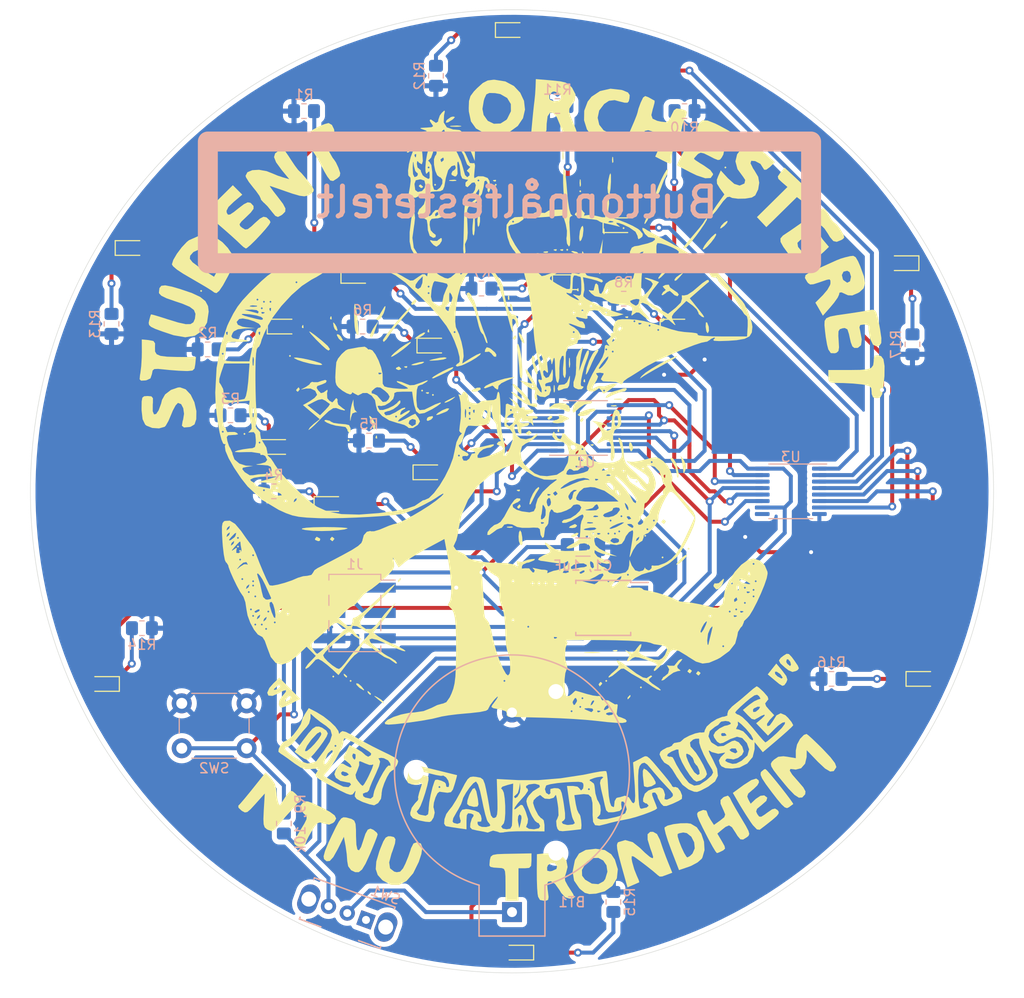
<source format=kicad_pcb>
(kicad_pcb (version 20211014) (generator pcbnew)
  (title_block (title "DT imponator badge") (date "2022-01-10") (rev "2.0") (comment 1 "github.com/hackerspace-ntnu/Coglight-badge-THT") (comment 2 "Fork of Hackerspace imponator"))
  (layers (0 "F.Cu" signal) (31 "B.Cu" signal) (34 "B.Paste" user) (35 "F.Paste" user) (36 "B.SilkS" user "B.Silkscreen") (37 "F.SilkS" user "F.Silkscreen") (38 "B.Mask" user) (39 "F.Mask" user) (44 "Edge.Cuts" user))
  (net 0 "")
  (net 1 "Net-(BT1-Pad1)")
  (net 2 "Net-(D1-Pad2)")
  (net 3 "Net-(D10-Pad2)")
  (net 4 "GND")
  (net 6 "VCC")
  (net 7 "Net-(D1-Pad1)")
  (net 8 "Net-(D11-Pad2)")
  (net 9 "Net-(D12-Pad2)")
  (net 10 "Net-(D5-Pad1)")
  (net 11 "Net-(D10-Pad1)")
  (net 12 "Net-(D13-Pad1)")
  (net 13 "/MISO")
  (net 14 "/SCK")
  (net 15 "/MOSI")
  (net 16 "/~{RST}")
  (net 17 "Net-(D2-Pad1)")
  (net 18 "Net-(D2-Pad2)")
  (net 19 "Net-(D3-Pad1)")
  (net 20 "Net-(D3-Pad2)")
  (net 21 "Net-(D4-Pad1)")
  (net 22 "/~{OE}_PWM")
  (net 23 "/SER")
  (net 24 "Net-(D4-Pad2)")
  (net 25 "Net-(D5-Pad2)")
  (net 26 "Net-(D6-Pad1)")
  (net 27 "Net-(D6-Pad2)")
  (net 28 "Net-(D7-Pad1)")
  (net 29 "Net-(D7-Pad2)")
  (net 30 "Net-(D8-Pad1)")
  (net 31 "Net-(D8-Pad2)")
  (net 32 "Net-(D9-Pad1)")
  (net 33 "Net-(D9-Pad2)")
  (net 34 "Net-(D11-Pad1)")
  (net 35 "Net-(D12-Pad1)")
  (net 36 "Net-(D13-Pad2)")
  (net 37 "Net-(D14-Pad1)")
  (net 38 "Net-(D14-Pad2)")
  (net 39 "Net-(D15-Pad1)")
  (net 40 "Net-(D15-Pad2)")
  (net 41 "Net-(D16-Pad1)")
  (net 42 "Net-(D16-Pad2)")
  (net 43 "Net-(U1-Pad9)")
  (footprint "LED_SMD:LED_0603_1608Metric_Pad1.05x0.95mm_HandSolder" (layer "F.Cu") (at 116.84 64.516)
    (fp_text reference "D12" hide)
    (fp_text value "LED")
  )
  (footprint "LED_SMD:LED_0603_1608Metric_Pad1.05x0.95mm_HandSolder" (layer "F.Cu") (at 155.448 135.128 180)
    (fp_text reference "D14" hide)
    (fp_text value "LED")
  )
  (footprint "LED_SMD:LED_0603_1608Metric_Pad1.05x0.95mm_HandSolder" (layer "F.Cu") (at 171.45 72.39)
    (fp_text reference "D8" hide)
    (fp_text value "LED")
  )
  (footprint "LED_SMD:LED_0603_1608Metric_Pad1.05x0.95mm_HandSolder" (layer "F.Cu") (at 194.056 66.04 180)
    (fp_text reference "D16" hide)
    (fp_text value "LED")
  )
  (footprint "LED_SMD:LED_0603_1608Metric_Pad1.05x0.95mm_HandSolder" (layer "F.Cu") (at 132.08 72.39)
    (fp_text reference "D2" hide)
    (fp_text value "LED")
  )
  (footprint "LED_SMD:LED_0603_1608Metric_Pad1.05x0.95mm_HandSolder" (layer "F.Cu") (at 139.46 67.31)
    (fp_text reference "D1" hide)
    (fp_text value "LED")
  )
  (footprint "LED_SMD:LED_0603_1608Metric_Pad1.05x0.95mm_HandSolder" (layer "F.Cu") (at 172.72 66.04)
    (fp_text reference "D9" hide)
    (fp_text value "LED")
  )
  (footprint "DTimponator-badge:LOGO" (layer "F.Cu") (at 154.94 88.9)
    (fp_text reference "G***" hide)
    (fp_text value "LOGO" hide)
  )
  (footprint "LED_SMD:LED_0603_1608Metric_Pad1.05x0.95mm_HandSolder" (layer "F.Cu") (at 196.088 107.696)
    (fp_text reference "D15" hide)
    (fp_text value "LED")
  )
  (footprint "LED_SMD:LED_0603_1608Metric_Pad1.05x0.95mm_HandSolder" (layer "F.Cu") (at 154.94 42.672)
    (fp_text reference "D11" hide)
    (fp_text value "LED")
  )
  (footprint "LED_SMD:LED_0603_1608Metric_Pad1.05x0.95mm_HandSolder" (layer "F.Cu") (at 165.735 62.23)
    (fp_text reference "D10" hide)
    (fp_text value "LED")
  )
  (footprint "LED_SMD:LED_0603_1608Metric_Pad1.05x0.95mm_HandSolder" (layer "F.Cu") (at 146.685 86.995)
    (fp_text reference "D5" hide)
    (fp_text value "LED")
  )
  (footprint "LED_SMD:LED_0603_1608Metric_Pad1.05x0.95mm_HandSolder" (layer "F.Cu") (at 147.08 74.295)
    (fp_text reference "D6" hide)
    (fp_text value "LED")
  )
  (footprint "LED_SMD:LED_0603_1608Metric_Pad1.05x0.95mm_HandSolder" (layer "F.Cu") (at 131.445 84.455)
    (fp_text reference "D3" hide)
    (fp_text value "LED")
  )
  (footprint "LED_SMD:LED_0603_1608Metric_Pad1.05x0.95mm_HandSolder" (layer "F.Cu") (at 113.933 108.204 180)
    (fp_text reference "D13" hide)
    (fp_text value "LED")
  )
  (footprint "LED_SMD:LED_0603_1608Metric_Pad1.05x0.95mm_HandSolder" (layer "F.Cu") (at 160.655 67.945)
    (fp_text reference "D7" hide)
    (fp_text value "LED")
  )
  (footprint "LED_SMD:LED_0603_1608Metric_Pad1.05x0.95mm_HandSolder" (layer "F.Cu") (at 136.765 90.17)
    (fp_text reference "D4" hide)
    (fp_text value "LED")
  )
  (footprint "Resistor_SMD:R_0805_2012Metric_Pad1.20x1.40mm_HandSolder" (layer "B.Cu") (at 165.1 130.048 90)
    (fp_text reference "R15")
    (fp_text value "220")
  )
  (footprint "Resistor_SMD:R_0805_2012Metric_Pad1.20x1.40mm_HandSolder" (layer "B.Cu") (at 114.808 72.12 -90)
    (fp_text reference "R13")
    (fp_text value "220")
  )
  (footprint "Package_SO:SOIC-8W_5.3x5.3mm_P1.27mm" (layer "B.Cu") (at 164.084 100.584 180)
    (fp_text reference "U2" hide)
    (fp_text value "ATtiny85-20S")
  )
  (footprint "Resistor_SMD:R_0805_2012Metric_Pad1.20x1.40mm_HandSolder" (layer "B.Cu") (at 166.132 69.596 180)
    (fp_text reference "R8")
    (fp_text value "220")
  )
  (footprint "Resistor_SMD:R_0805_2012Metric_Pad1.20x1.40mm_HandSolder" (layer "B.Cu") (at 140.605 83.82 180)
    (fp_text reference "R5")
    (fp_text value "220")
  )
  (footprint "Resistor_SMD:R_0805_2012Metric_Pad1.20x1.40mm_HandSolder" (layer "B.Cu") (at 159.496 50.292 180)
    (fp_text reference "R11")
    (fp_text value "220")
  )
  (footprint "Package_SO:TSSOP-16_4.4x5mm_P0.65mm" (layer "B.Cu") (at 182.88 88.9 180)
    (fp_text reference "U3")
    (fp_text value "74HC595")
  )
  (footprint "Resistor_SMD:R_0805_2012Metric_Pad1.20x1.40mm_HandSolder" (layer "B.Cu") (at 124.444 74.676 180)
    (fp_text reference "R2")
    (fp_text value "220")
  )
  (footprint "Button_Switch_THT:SW_PUSH_6mm_H5mm" (layer "B.Cu") (at 121.845 114.645)
    (fp_text reference "SW2")
    (fp_text value "SW_Push")
  )
  (footprint "Capacitor_SMD:C_1206_3216Metric_Pad1.33x1.80mm_HandSolder" (layer "B.Cu") (at 162.052 94.488)
    (fp_text reference "C1, 1uF")
    (fp_text value ".1uF")
  )
  (footprint "Resistor_SMD:R_0805_2012Metric_Pad1.20x1.40mm_HandSolder" (layer "B.Cu") (at 126.73 81.28 180)
    (fp_text reference "R3")
    (fp_text value "220")
  )
  (footprint "Resistor_SMD:R_0805_2012Metric_Pad1.20x1.40mm_HandSolder" (layer "B.Cu") (at 147.32 47.26 -90)
    (fp_text reference "R12")
    (fp_text value "220")
  )
  (footprint "Resistor_SMD:R_0805_2012Metric_Pad1.20x1.40mm_HandSolder" (layer "B.Cu") (at 134.096 50.8 180)
    (fp_text reference "R1")
    (fp_text value "220")
  )
  (footprint "Resistor_SMD:R_0805_2012Metric_Pad1.20x1.40mm_HandSolder" (layer "B.Cu") (at 195.072 74.168 -90)
    (fp_text reference "R17")
    (fp_text value "220")
  )
  (footprint "Resistor_SMD:R_0805_2012Metric_Pad1.20x1.40mm_HandSolder" (layer "B.Cu") (at 117.856 102.616)
    (fp_text reference "R14")
    (fp_text value "220")
  )
  (footprint "Resistor_SMD:R_0805_2012Metric_Pad1.20x1.40mm_HandSolder" (layer "B.Cu") (at 139.97 72.39 180)
    (fp_text reference "R6")
    (fp_text value "220")
  )
  (footprint "DTimponator-badge:MP000362_CR2032_Holder_THT" (layer "B.Cu") (at 154.939999 117.066001 180)
    (fp_text reference "BT1")
    (fp_text value "Battery_Cell")
  )
  (footprint "Resistor_SMD:R_0805_2012Metric_Pad1.20x1.40mm_HandSolder" (layer "B.Cu") (at 186.96 107.696 180)
    (fp_text reference "R16")
    (fp_text value "220")
  )
  (footprint "Package_SO:TSSOP-16_4.4x5mm_P0.65mm" (layer "B.Cu") (at 162.306 82.55)
    (fp_text reference "U1")
    (fp_text value "74HC595")
  )
  (footprint "Connector_PinHeader_2.54mm:PinHeader_2x03_P2.54mm_Vertical_SMD" (layer "B.Cu") (at 139.192 101.092 180)
    (fp_text reference "J1")
    (fp_text value "AVR-ISP")
  )
  (footprint "Resistor_SMD:R_0805_2012Metric_Pad1.20x1.40mm_HandSolder" (layer "B.Cu") (at 151.876 68.58 180)
    (fp_text reference "R7")
    (fp_text value "220")
  )
  (footprint "Resistor_SMD:R_0805_2012Metric_Pad1.20x1.40mm_HandSolder" (layer "B.Cu") (at 172.228 50.8)
    (fp_text reference "R10")
    (fp_text value "220")
  )
  (footprint "DTimponator-badge:OS102011MA1QN1_SPDT_SlideSwithch_THT" (layer "B.Cu") (at 138.43 131.165254 160)
    (fp_text reference "SW1")
    (fp_text value "SW_SPDT")
  )
  (footprint "Resistor_SMD:R_0805_2012Metric_Pad1.20x1.40mm_HandSolder" (layer "B.Cu") (at 131.08 88.9 180)
    (fp_text reference "R4")
    (fp_text value "220")
  )
  (footprint "Resistor_SMD:R_0805_2012Metric_Pad1.20x1.40mm_HandSolder" (layer "B.Cu") (at 132.08 122.19 90)
    (fp_text reference "R9, 10k")
    (fp_text value "10k")
  )
  (gr_rect (start 124.46 53.848) (end 184.912 66.04) (layer "B.SilkS") (width 2) (fill none))
  (gr_circle (center 154.94 88.9) (end 203.2 88.9) (layer "Edge.Cuts") (width 0.05) (fill none))
  (gr_text "Buttonnålfestefelt" (at 155.448 59.944) (layer "B.SilkS") (effects (font (size 3 3) (thickness 0.5)) (justify mirror)))
  (segment (start 138.43 131.165254) (end 140.690254 128.905) (width 0.4) (layer "B.Cu") (net 1))
  (segment (start 140.690254 128.905) (end 144.145 128.905) (width 0.4) (layer "B.Cu") (net 1))
  (segment (start 144.145 128.905) (end 146.306001 131.066001) (width 0.4) (layer "B.Cu") (net 1))
  (segment (start 146.306001 131.066001) (end 154.939999 131.066001) (width 0.4) (layer "B.Cu") (net 1))
  (segment (start 143.764 69.088) (end 141.986 67.31) (width 0.4) (layer "F.Cu") (net 2))
  (segment (start 141.986 67.31) (end 140.335 67.31) (width 0.4) (layer "F.Cu") (net 2))
  (via (at 143.764 69.088) (size 0.8) (drill 0.4) (layers "F.Cu" "B.Cu") (net 2))
  (segment (start 170.18 85.852) (end 173.228 85.852) (width 0.4) (layer "B.Cu") (net 2))
  (segment (start 169.672 85.344) (end 170.18 85.852) (width 0.4) (layer "B.Cu") (net 2))
  (segment (start 145.288 70.612) (end 143.764 69.088) (width 0.4) (layer "B.Cu") (net 2))
  (segment (start 163.068 70.612) (end 152.4 70.612) (width 0.4) (layer "B.Cu") (net 2))
  (segment (start 170.688 75.184) (end 169.164 75.184) (width 0.4) (layer "B.Cu") (net 2))
  (segment (start 174.244 84.836) (end 174.244 78.74) (width 0.4) (layer "B.Cu") (net 2))
  (segment (start 165.1685 84.175) (end 168.503 84.175) (width 0.4) (layer "B.Cu") (net 2))
  (segment (start 165.1 72.644) (end 163.068 70.612) (width 0.4) (layer "B.Cu") (net 2))
  (segment (start 174.244 78.74) (end 170.688 75.184) (width 0.4) (layer "B.Cu") (net 2))
  (segment (start 168.503 84.175) (end 169.672 85.344) (width 0.4) (layer "B.Cu") (net 2))
  (segment (start 152.4 70.612) (end 145.288 70.612) (width 0.4) (layer "B.Cu") (net 2))
  (segment (start 167.64 75.184) (end 165.1 72.644) (width 0.4) (layer "B.Cu") (net 2))
  (segment (start 169.164 75.184) (end 167.64 75.184) (width 0.4) (layer "B.Cu") (net 2))
  (segment (start 173.228 85.852) (end 174.244 84.836) (width 0.4) (layer "B.Cu") (net 2))
  (segment (start 169.672 62.484) (end 166.864 62.484) (width 0.4) (layer "F.Cu") (net 3))
  (segment (start 166.864 62.484) (end 166.61 62.23) (width 0.4) (layer "F.Cu") (net 3))
  (via (at 169.672 62.484) (size 0.8) (drill 0.4) (layers "F.Cu" "B.Cu") (net 3))
  (segment (start 170.688 62.484) (end 169.672 62.484) (width 0.4) (layer "B.Cu") (net 3))
  (segment (start 188.468 85.852) (end 189.484 84.836) (width 0.4) (layer "B.Cu") (net 3))
  (segment (start 189.484 84.836) (end 189.484 81.28) (width 0.4) (layer "B.Cu") (net 3))
  (segment (start 185.7425 86.625) (end 187.695 86.625) (width 0.4) (layer "B.Cu") (net 3))
  (segment (start 187.695 86.625) (end 188.468 85.852) (width 0.4) (layer "B.Cu") (net 3))
  (segment (start 189.484 81.28) (end 170.688 62.484) (width 0.4) (layer "B.Cu") (net 3))
  (segment (start 172.72 77.216) (end 174.244 75.692) (width 0.4) (layer "F.Cu") (net 4))
  (segment (start 178.308 93.472) (end 179.832 94.996) (width 0.4) (layer "F.Cu") (net 4))
  (segment (start 179.832 94.996) (end 184.912 94.996) (width 0.4) (layer "F.Cu") (net 4))
  (segment (start 170.18 77.216) (end 172.72 77.216) (width 0.4) (layer "F.Cu") (net 4))
  (via (at 184.912 94.996) (size 0.8) (drill 0.4) (layers "F.Cu" "B.Cu") (net 4))
  (via (at 178.308 93.472) (size 0.8) (drill 0.4) (layers "F.Cu" "B.Cu") (net 4))
  (via (at 174.244 75.692) (size 0.8) (drill 0.4) (layers "F.Cu" "B.Cu") (net 4))
  (via (at 170.18 77.216) (size 0.8) (drill 0.4) (layers "F.Cu" "B.Cu") (net 4))
  (segment (start 132.08 123.19) (end 134.239 125.349) (width 0.4) (layer "B.Cu") (net 6))
  (segment (start 182.129 86.625) (end 182.88 87.376) (width 0.4) (layer "B.Cu") (net 6))
  (segment (start 151.892 95.504) (end 153.67 97.282) (width 0.4) (layer "B.Cu") (net 6))
  (segment (start 182.271 93.065) (end 169.672 105.664) (width 0.4) (layer "B.Cu") (net 6))
  (segment (start 155.067 98.679) (end 160.434 98.679) (width 0.4) (layer "B.Cu") (net 6))
  (segment (start 162.56 81.788) (end 163.423 80.925) (width 0.4) (layer "B.Cu") (net 6))
  (segment (start 136.667 98.552) (end 133.604 98.552) (width 0.4) (layer "B.Cu") (net 6))
  (segment (start 178.584 86.625) (end 177.811 85.852) (width 0.4) (layer "B.Cu") (net 6))
  (segment (start 156.464 94.488) (end 153.67 97.282) (width 0.4) (layer "B.Cu") (net 6))
  (segment (start 132.08 113.792) (end 135.636 117.348) (width 0.4) (layer "B.Cu") (net 6))
  (segment (start 135.636 123.952) (end 134.239 125.349) (width 0.4) (layer "B.Cu") (net 6))
  (segment (start 163.423 80.925) (end 165.1685 80.925) (width 0.4) (layer "B.Cu") (net 6))
  (segment (start 147.32 105.664) (end 135.636 117.348) (width 0.4) (layer "B.Cu") (net 6))
  (segment (start 165.1685 84.825) (end 163.565 84.825) (width 0.4) (layer "B.Cu") (net 6))
  (segment (start 153.67 97.282) (end 155.067 98.679) (width 0.4) (layer "B.Cu") (net 6))
  (segment (start 136.550615 127.660615) (end 136.550615 130.481214) (width 0.4) (layer "B.Cu") (net 6))
  (segment (start 182.271 90.525) (end 180.0175 90.525) (width 0.4) (layer "B.Cu") (net 6))
  (segment (start 135.636 117.348) (end 135.636 123.952) (width 0.4) (layer "B.Cu") (net 6))
  (segment (start 163.565 84.825) (end 162.56 83.82) (width 0.4) (layer "B.Cu") (net 6))
  (segment (start 136.667 98.552) (end 139.715 95.504) (width 0.4) (layer "B.Cu") (net 6))
  (segment (start 182.88 89.916) (end 182.271 90.525) (width 0.4) (layer "B.Cu") (net 6))
  (segment (start 162.56 83.82) (end 162.56 81.788) (width 0.4) (layer "B.Cu") (net 6))
  (segment (start 182.271 90.525) (end 182.271 93.065) (width 0.4) (layer "B.Cu") (net 6))
  (segment (start 182.88 87.376) (end 182.88 89.916) (width 0.4) (layer "B.Cu") (net 6))
  (segment (start 180.0175 86.625) (end 182.129 86.625) (width 0.4) (layer "B.Cu") (net 6))
  (segment (start 167.629 84.825) (end 165.1685 84.825) (width 0.4) (layer "B.Cu") (net 6))
  (segment (start 134.239 125.349) (end 136.550615 127.660615) (width 0.4) (layer "B.Cu") (net 6))
  (segment (start 139.715 95.504) (end 151.892 95.504) (width 0.4) (layer "B.Cu") (net 6))
  (segment (start 133.604 98.552) (end 132.08 100.076) (width 0.4) (layer "B.Cu") (net 6))
  (segment (start 132.08 100.076) (end 132.08 113.792) (width 0.4) (layer "B.Cu") (net 6))
  (segment (start 177.811 85.852) (end 174.752 85.852) (width 0.4) (layer "B.Cu") (net 6))
  (segment (start 160.4895 94.488) (end 156.464 94.488) (width 0.4) (layer "B.Cu") (net 6))
  (segment (start 169.672 86.868) (end 167.629 84.825) (width 0.4) (layer "B.Cu") (net 6))
  (segment (start 173.736 86.868) (end 169.672 86.868) (width 0.4) (layer "B.Cu") (net 6))
  (segment (start 169.672 105.664) (end 147.32 105.664) (width 0.4) (layer "B.Cu") (net 6))
  (segment (start 174.752 85.852) (end 173.736 86.868) (width 0.4) (layer "B.Cu") (net 6))
  (segment (start 180.0175 86.625) (end 178.584 86.625) (width 0.4) (layer "B.Cu") (net 6))
  (segment (start 138.585 67.31) (end 135.128 63.853) (width 0.4) (layer "F.Cu") (net 7))
  (segment (start 135.128 63.853) (end 135.128 61.976) (width 0.4) (layer "F.Cu") (net 7))
  (via (at 135.128 61.976) (size 0.8) (drill 0.4) (layers "F.Cu" "B.Cu") (net 7))
  (segment (start 135.128 61.976) (end 135.128 50.832) (width 0.4) (layer "B.Cu") (net 7))
  (segment (start 135.128 50.832) (end 135.096 50.8) (width 0.4) (layer "B.Cu") (net 7))
  (segment (start 172.72 46.736) (end 159.879 46.736) (width 0.4) (layer "F.Cu") (net 8))
  (segment (start 159.879 46.736) (end 155.815 42.672) (width 0.4) (layer "F.Cu") (net 8))
  (via (at 172.72 46.736) (size 0.8) (drill 0.4) (layers "F.Cu" "B.Cu") (net 8))
  (segment (start 189.077 87.275) (end 191.008 85.344) (width 0.4) (layer "B.Cu") (net 8))
  (segment (start 185.7425 87.275) (end 189.077 87.275) (width 0.4) (layer "B.Cu") (net 8))
  (segment (start 191.008 65.024) (end 172.72 46.736) (width 0.4) (layer "B.Cu") (net 8))
  (segment (start 191.008 85.344) (end 191.008 65.024) (width 0.4) (layer "B.Cu") (net 8))
  (segment (start 192.024 78.74) (end 192.024 75.184) (width 0.4) (layer "F.Cu") (net 9))
  (segment (start 170.688 53.848) (end 135.636 53.848) (width 0.4) (layer "F.Cu") (net 9))
  (segment (start 124.968 64.516) (end 117.715 64.516) (width 0.4) (layer "F.Cu") (net 9))
  (segment (start 135.636 53.848) (end 124.968 64.516) (width 0.4) (layer "F.Cu") (net 9))
  (segment (start 192.024 75.184) (end 170.688 53.848) (width 0.4) (layer "F.Cu") (net 9))
  (via (at 192.024 78.74) (size 0.8) (drill 0.4) (layers "F.Cu" "B.Cu") (net 9))
  (segment (start 185.7425 87.925) (end 189.443 87.925) (width 0.4) (layer "B.Cu") (net 9))
  (segment (start 192.024 85.344) (end 192.024 78.74) (width 0.4) (layer "B.Cu") (net 9))
  (segment (start 189.443 87.925) (end 192.024 85.344) (width 0.4) (layer "B.Cu") (net 9))
  (segment (start 145.81 86.995) (end 145.81 85.485) (width 0.4) (layer "F.Cu") (net 10))
  (segment (start 145.81 85.485) (end 144.78 84.455) (width 0.4) (layer "F.Cu") (net 10))
  (via (at 144.78 84.455) (size 0.8) (drill 0.4) (layers "F.Cu" "B.Cu") (net 10))
  (segment (start 144.145 83.82) (end 141.605 83.82) (width 0.4) (layer "B.Cu") (net 10))
  (segment (start 144.78 84.455) (end 144.145 83.82) (width 0.4) (layer "B.Cu") (net 10))
  (segment (start 164.86 62.23) (end 160.528 57.898) (width 0.4) (layer "F.Cu") (net 11))
  (segment (start 160.528 57.898) (end 160.528 56.388) (width 0.4) (layer "F.Cu") (net 11))
  (via (at 160.528 56.388) (size 0.8) (drill 0.4) (layers "F.Cu" "B.Cu") (net 11))
  (segment (start 160.496 56.356) (end 160.496 50.292) (width 0.4) (layer "B.Cu") (net 11))
  (segment (start 160.528 56.388) (end 160.496 56.356) (width 0.4) (layer "B.Cu") (net 11))
  (segment (start 114.808 108.204) (end 116.84 106.172) (width 0.4) (layer "F.Cu") (net 12))
  (via (at 116.84 106.172) (size 0.8) (drill 0.4) (layers "F.Cu" "B.Cu") (net 12))
  (segment (start 116.84 106.172) (end 116.84 102.632) (width 0.4) (layer "B.Cu") (net 12))
  (segment (start 116.84 102.632) (end 116.856 102.616) (width 0.4) (layer "B.Cu") (net 12))
  (segment (start 169.672 80.264) (end 169.164 79.756) (width 0.4) (layer "F.Cu") (net 13))
  (segment (start 170.18 81.776557) (end 169.672 81.268557) (width 0.4) (layer "F.Cu") (net 13))
  (segment (start 166.624 79.756) (end 149.352 97.028) (width 0.4) (layer "F.Cu") (net 13))
  (segment (start 170.18 81.788) (end 170.18 81.776557) (width 0.4) (layer "F.Cu") (net 13))
  (segment (start 176.784 89.916) (end 176.264557 89.916) (width 0.4) (layer "F.Cu") (net 13))
  (segment (start 174.752 88.9) (end 172.72 86.868) (width 0.4) (layer "F.Cu") (net 13))
  (segment (start 169.164 79.756) (end 166.624 79.756) (width 0.4) (layer "F.Cu") (net 13))
  (segment (start 172.72 86.868) (end 172.72 84.328) (width 0.4) (layer "F.Cu") (net 13))
  (segment (start 171.196 81.788) (end 170.18 81.788) (width 0.4) (layer "F.Cu") (net 13))
  (segment (start 169.672 81.268557) (end 169.672 80.264) (width 0.4) (layer "F.Cu") (net 13))
  (segment (start 172.72 84.328) (end 172.72 83.312) (width 0.4) (layer "F.Cu") (net 13))
  (segment (start 149.352 97.028) (end 149.352 98.552) (width 0.4) (layer "F.Cu") (net 13))
  (segment (start 176.264557 89.916) (end 175.248557 88.9) (width 0.4) (layer "F.Cu") (net 13))
  (segment (start 172.72 83.312) (end 171.196 81.788) (width 0.4) (layer "F.Cu") (net 13))
  (segment (start 175.248557 88.9) (end 174.752 88.9) (width 0.4) (layer "F.Cu") (net 13))
  (via (at 170.18 81.788) (size 0.8) (drill 0.4) (layers "F.Cu" "B.Cu") (net 13))
  (via (at 149.352 98.552) (size 0.8) (drill 0.4) (layers "F.Cu" "B.Cu") (net 13))
  (via (at 176.784 89.916) (size 0.8) (drill 0.4) (layers "F.Cu" "B.Cu") (net 13))
  (segment (start 180.0175 89.225) (end 177.475 89.225) (width 0.4) (layer "B.Cu") (net 13))
  (segment (start 151.384 98.552) (end 149.352 98.552) (width 0.4) (layer "B.Cu") (net 13))
  (segment (start 170.18 81.788) (end 169.743 82.225) (width 0.4) (layer "B.Cu") (net 13))
  (segment (start 154.051 101.219) (end 151.384 98.552) (width 0.4) (layer "B.Cu") (net 13))
  (segment (start 160.434 101.219) (end 154.051 101.219) (width 0.4) (layer "B.Cu") (net 13))
  (segment (start 149.352 98.552) (end 141.717 98.552) (width 0.4) (layer "B.Cu") (net 13))
  (segment (start 169.743 82.225) (end 165.1685 82.225) (width 0.4) (layer "B.Cu") (net 13))
  (segment (start 177.475 89.225) (end 176.784 89.916) (width 0.4) (layer "B.Cu") (net 13))
  (segment (start 176.276 91.948) (end 174.752 91.948) (width 0.4) (layer "F.Cu") (net 14))
  (segment (start 157.48 91.44) (end 151.892 97.028) (width 0.4) (layer "F.Cu") (net 14))
  (segment (start 170.688 87.884) (end 168.656 85.852) (width 0.4) (layer "F.Cu") (net 14))
  (segment (start 172.72 89.916) (end 170.688 87.884) (width 0.4) (layer "F.Cu") (net 14))
  (segment (start 168.656 85.852) (end 168.656 81.28) (width 0.4) (layer "F.Cu") (net 14))
  (segment (start 167.132 91.44) (end 157.48 91.44) (width 0.4) (layer "F.Cu") (net 14))
  (segment (start 170.688 87.884) (end 167.132 91.44) (width 0.4) (layer "F.Cu") (net 14))
  (segment (start 174.752 91.948) (end 172.72 89.916) (width 0.4) (layer "F.Cu") (net 14))
  (via (at 168.656 81.28) (size 0.8) (drill 0.4) (layers "F.Cu" "B.Cu") (net 14))
  (via (at 151.892 97.028) (size 0.8) (drill 0.4) (layers "F.Cu" "B.Cu") (net 14))
  (via (at 176.276 91.948) (size 0.8) (drill 0.4) (layers "F.Cu" "B.Cu") (net 14))
  (segment (start 180.0175 89.875) (end 178.349 89.875) (width 0.4) (layer "B.Cu") (net 14))
  (segment (start 139.192 100.076) (end 140.208 101.092) (width 0.4) (layer "B.Cu") (net 14))
  (segment (start 139.192 100.076) (end 139.192 97.536) (width 0.4) (layer "B.Cu") (net 14))
  (segment (start 151.892 97.028) (end 154.813 99.949) (width 0.4) (layer "B.Cu") (net 14))
  (segment (start 139.7 97.028) (end 151.892 97.028) (width 0.4) (layer "B.Cu") (net 14))
  (segment (start 168.361 81.575) (end 165.1685 81.575) (width 0.4) (layer "B.Cu") (net 14))
  (segment (start 154.813 99.949) (end 160.434 99.949) (width 0.4) (layer "B.Cu") (net 14))
  (segment (start 178.349 89.875) (end 176.276 91.948) (width 0.4) (layer "B.Cu") (net 14))
  (segment (start 139.192 97.536) (end 139.7 97.028) (width 0.4) (layer "B.Cu") (net 14))
  (segment (start 140.208 101.092) (end 141.717 101.092) (width 0.4) (layer "B.Cu") (net 14))
  (segment (start 168.656 81.28) (end 168.361 81.575) (width 0.4) (layer "B.Cu") (net 14))
  (segment (start 133.096 111.252) (end 131.738 111.252) (width 0.4) (layer "F.Cu") (net 15))
  (segment (start 131.738 111.252) (end 128.345 114.645) (width 0.4) (layer "F.Cu") (net 15))
  (via (at 133.096 111.252) (size 0.8) (drill 0.4) (layers "F.Cu" "B.Cu") (net 15))
  (segment (start 138.064 102.489) (end 160.434 102.489) (width 0.4) (layer "B.Cu") (net 15))
  (segment (start 132.08 118.38) (end 128.345 114.645) (width 0.4) (layer "B.Cu") (net 15))
  (segment (start 133.096 102.108) (end 133.096 111.252) (width 0.4) (layer "B.Cu") (net 15))
  (segment (start 136.667 101.092) (end 138.064 102.489) (width 0.4) (layer "B.Cu") (net 15))
  (segment (start 132.08 121.19) (end 132.08 118.38) (width 0.4) (layer "B.Cu") (net 15))
  (segment (start 136.667 101.092) (end 134.112 101.092) (width 0.4) (layer "B.Cu") (net 15))
  (segment (start 134.112 101.092) (end 133.096 102.108) (width 0.4) (layer "B.Cu") (net 15))
  (segment (start 121.845 114.645) (end 128.345 114.645) (width 0.4) (layer "B.Cu") (net 15))
  (segment (start 141.717 103.632) (end 162.052 103.632) (width 0.4) (layer "B.Cu") (net 16))
  (segment (start 164.592 101.092) (end 164.592 99.568) (width 0.4) (layer "B.Cu") (net 16))
  (segment (start 164.592 99.568) (end 165.481 98.679) (width 0.4) (layer "B.Cu") (net 16))
  (segment (start 162.052 103.632) (end 164.592 101.092) (width 0.4) (layer "B.Cu") (net 16))
  (segment (start 165.481 98.679) (end 167.734 98.679) (width 0.4) (layer "B.Cu") (net 16))
  (segment (start 129.794 72.39) (end 128.524 73.66) (width 0.4) (layer "F.Cu") (net 17))
  (segment (start 131.205 72.39) (end 129.794 72.39) (width 0.4) (layer "F.Cu") (net 17))
  (via (at 128.524 73.66) (size 0.8) (drill 0.4) (layers "F.Cu" "B.Cu") (net 17))
  (segment (start 128.524 73.66) (end 127.508 74.676) (width 0.4) (layer "B.Cu") (net 17))
  (segment (start 127.508 74.676) (end 125.444 74.676) (width 0.4) (layer "B.Cu") (net 17))
  (segment (start 135.89 74.422) (end 133.858 72.39) (width 0.4) (layer "F.Cu") (net 18))
  (segment (start 133.858 72.39) (end 132.955 72.39) (width 0.4) (layer "F.Cu") (net 18))
  (segment (start 154.94 87.376) (end 154.94 85.09) (width 0.4) (layer "F.Cu") (net 18))
  (segment (start 135.89 75.752356) (end 135.89 74.422) (width 0.4) (layer "F.Cu") (net 18))
  (segment (start 140.147644 80.01) (end 135.89 75.752356) (width 0.4) (layer "F.Cu") (net 18))
  (segment (start 154.94 85.09) (end 149.86 80.01) (width 0.4) (layer "F.Cu") (net 18))
  (segment (start 149.86 80.01) (end 140.147644 80.01) (width 0.4) (layer "F.Cu") (net 18))
  (via (at 154.94 87.376) (size 0.8) (drill 0.4) (layers "F.Cu" "B.Cu") (net 18))
  (segment (start 157.491 84.825) (end 154.94 87.376) (width 0.4) (layer "B.Cu") (net 18))
  (segment (start 159.4435 84.825) (end 157.491 84.825) (width 0.4) (layer "B.Cu") (net 18))
  (segment (start 130.57 84.455) (end 130.57 82.31) (width 0.4) (layer "F.Cu") (net 19))
  (segment (start 130.57 82.31) (end 130.175 81.915) (width 0.4) (layer "F.Cu") (net 19))
  (via (at 130.175 81.915) (size 0.8) (drill 0.4) (layers "F.Cu" "B.Cu") (net 19))
  (segment (start 129.54 81.28) (end 127.73 81.28) (width 0.4) (layer "B.Cu") (net 19))
  (segment (start 130.175 81.915) (end 129.54 81.28) (width 0.4) (layer "B.Cu") (net 19))
  (segment (start 153.416 88.9) (end 144.018 88.9) (width 0.4) (layer "F.Cu") (net 20))
  (segment (start 144.018 88.9) (end 141.732 86.614) (width 0.4) (layer "F.Cu") (net 20))
  (segment (start 141.732 86.614) (end 134.479 86.614) (width 0.4) (layer "F.Cu") (net 20))
  (segment (start 134.479 86.614) (end 132.32 84.455) (width 0.4) (layer "F.Cu") (net 20))
  (via (at 153.416 88.9) (size 0.8) (drill 0.4) (layers "F.Cu" "B.Cu") (net 20))
  (segment (start 159.4435 84.175) (end 156.363 84.175) (width 0.4) (layer "B.Cu") (net 20))
  (segment (start 156.363 84.175) (end 154.178 86.36) (width 0.4) (layer "B.Cu") (net 20))
  (segment (start 154.178 86.36) (end 153.416 87.122) (width 0.4) (layer "B.Cu") (net 20))
  (segment (start 153.416 87.122) (end 153.416 88.9) (width 0.4) (layer "B.Cu") (net 20))
  (segment (start 135.89 90.17) (end 134.62 88.9) (width 0.4) (layer "F.Cu") (net 21))
  (via (at 134.62 88.9) (size 0.8) (drill 0.4) (layers "F.Cu" "B.Cu") (net 21))
  (segment (start 134.62 88.9) (end 132.08 88.9) (width 0.4) (layer "B.Cu") (net 21))
  (segment (start 171.196 86.36) (end 171.196 83.312) (width 0.4) (layer "F.Cu") (net 22))
  (segment (start 174.752 89.916) (end 171.196 86.36) (width 0.4) (layer "F.Cu") (net 22))
  (via (at 174.752 89.916) (size 0.8) (drill 0.4) (layers "F.Cu" "B.Cu") (net 22))
  (via (at 171.196 83.312) (size 0.8) (drill 0.4) (layers "F.Cu" "B.Cu") (net 22))
  (segment (start 170.759 82.875) (end 165.1685 82.875) (width 0.4) (layer "B.Cu") (net 22))
  (segment (start 174.752 97.028) (end 174.752 89.916) (width 0.4) (layer "B.Cu") (net 22))
  (segment (start 176.093 88.575) (end 174.752 89.916) (width 0.4) (layer "B.Cu") (net 22))
  (segment (start 170.561 101.219) (end 174.752 97.028) (width 0.4) (layer "B.Cu") (net 22))
  (segment (start 180.0175 88.575) (end 176.093 88.575) (width 0.4) (layer "B.Cu") (net 22))
  (segment (start 171.196 83.312) (end 170.759 82.875) (width 0.4) (layer "B.Cu") (net 22))
  (segment (start 167.734 101.219) (end 170.561 101.219) (width 0.4) (layer "B.Cu") (net 22))
  (segment (start 163.576 78.74) (end 161.544 80.772) (width 0.4) (layer "B.Cu") (net 23))
  (segment (start 171.704 84.836) (end 172.72 83.82) (width 0.4) (layer "B.Cu") (net 23))
  (segment (start 172.212 98.044) (end 170.307 99.949) (width 0.4) (layer "B.Cu") (net 23))
  (segment (start 165.1685 83.525) (end 169.377 83.525) (width 0.4) (layer "B.Cu") (net 23))
  (segment (start 161.544 80.772) (end 161.544 84.328) (width 0.4) (layer "B.Cu") (net 23))
  (segment (start 171.196 78.74) (end 163.576 78.74) (width 0.4) (layer "B.Cu") (net 23))
  (segment (start 170.307 99.949) (end 167.734 99.949) (width 0.4) (layer "B.Cu") (net 23))
  (segment (start 172.72 83.82) (end 172.72 80.264) (width 0.4) (layer "B.Cu") (net 23))
  (segment (start 172.212 94.996) (end 172.212 98.044) (width 0.4) (layer "B.Cu") (net 23))
  (segment (start 170.688 84.836) (end 171.704 84.836) (width 0.4) (layer "B.Cu") (net 23))
  (segment (start 161.544 84.328) (end 172.212 94.996) (width 0.4) (layer "B.Cu") (net 23))
  (segment (start 169.377 83.525) (end 170.688 84.836) (width 0.4) (layer "B.Cu") (net 23))
  (segment (start 172.72 80.264) (end 171.196 78.74) (width 0.4) (layer "B.Cu") (net 23))
  (segment (start 142.24 89.916) (end 141.986 90.17) (width 0.4) (layer "F.Cu") (net 24))
  (segment (start 141.986 90.17) (end 137.64 90.17) (width 0.4) (layer "F.Cu") (net 24))
  (via (at 142.24 89.916) (size 0.8) (drill 0.4) (layers "F.Cu" "B.Cu") (net 24))
  (segment (start 153.67 85.344) (end 151.892 87.122) (width 0.4) (layer "B.Cu") (net 24))
  (segment (start 149.606 92.456) (end 147.828 92.456) (width 0.4) (layer "B.Cu") (net 24))
  (segment (start 151.892 90.17) (end 149.606 92.456) (width 0.4) (layer "B.Cu") (net 24))
  (segment (start 155.489 83.525) (end 153.67 85.344) (width 0.4) (layer "B.Cu") (net 24))
  (segment (start 147.828 92.456) (end 144.78 92.456) (width 0.4) (layer "B.Cu") (net 24))
  (segment (start 144.78 92.456) (end 142.24 89.916) (width 0.4) (layer "B.Cu") (net 24))
  (segment (start 151.892 87.122) (end 151.892 90.17) (width 0.4) (layer "B.Cu") (net 24))
  (segment (start 159.4435 83.525) (end 155.489 83.525) (width 0.4) (layer "B.Cu") (net 24))
  (segment (start 150.876 84.074) (end 147.955 86.995) (width 0.4) (layer "F.Cu") (net 25))
  (segment (start 147.955 86.995) (end 147.56 86.995) (width 0.4) (layer "F.Cu") (net 25))
  (via (at 150.876 84.074) (size 0.8) (drill 0.4) (layers "F.Cu" "B.Cu") (net 25))
  (segment (start 159.4435 82.875) (end 152.075 82.875) (width 0.4) (layer "B.Cu") (net 25))
  (segment (start 152.075 82.875) (end 150.876 84.074) (width 0.4) (layer "B.Cu") (net 25))
  (segment (start 146.205 74.295) (end 145.415 74.295) (width 0.4) (layer "F.Cu") (net 26))
  (segment (start 145.415 74.295) (end 144.145 73.025) (width 0.4) (layer "F.Cu") (net 26))
  (via (at 144.145 73.025) (size 0.8) (drill 0.4) (layers "F.Cu" "B.Cu") (net 26))
  (segment (start 144.145 73.025) (end 143.51 72.39) (width 0.4) (layer "B.Cu") (net 26))
  (segment (start 143.51 72.39) (end 140.97 72.39) (width 0.4) (layer "B.Cu") (net 26))
  (segment (start 149.352 75.692) (end 147.955 74.295) (width 0.4) (layer "F.Cu") (net 27))
  (segment (start 149.352 77.724) (end 149.352 75.692) (width 0.4) (layer "F.Cu") (net 27))
  (via (at 149.352 77.724) (size 0.8) (drill 0.4) (layers "F.Cu" "B.Cu") (net 27))
  (segment (start 153.853 82.225) (end 149.352 77.724) (width 0.4) (layer "B.Cu") (net 27))
  (segment (start 159.4435 82.225) (end 153.853 82.225) (width 0.4) (layer "B.Cu") (net 27))
  (segment (start 159.78 67.945) (end 156.591 67.945) (width 0.4) (layer "F.Cu") (net 28))
  (segment (start 156.591 67.945) (end 155.956 68.58) (width 0.4) (layer "F.Cu") (net 28))
  (via (at 155.956 68.58) (size 0.8) (drill 0.4) (layers "F.Cu" "B.Cu") (net 28))
  (segment (start 155.956 68.58) (end 152.876 68.58) (width 0.4) (layer "B.Cu") (net 28))
  (segment (start 161.53 69.864) (end 161.53 67.945) (width 0.4) (layer "F.Cu") (net 29))
  (segment (start 160.274 71.12) (end 161.53 69.864) (width 0.4) (layer "F.Cu") (net 29))
  (segment (start 157.226 71.12) (end 160.274 71.12) (width 0.4) (layer "F.Cu") (net 29))
  (segment (start 156.21 72.136) (end 157.226 71.12) (width 0.4) (layer "F.Cu") (net 29))
  (via (at 156.21 72.136) (size 0.8) (drill 0.4) (layers "F.Cu" "B.Cu") (net 29))
  (segment (start 156.505 81.575) (end 155.702 80.772) (width 0.4) (layer "B.Cu") (net 29))
  (segment (start 155.702 80.772) (end 155.702 72.644) (width 0.4) (layer "B.Cu") (net 29))
  (segment (start 159.4435 81.575) (end 156.505 81.575) (width 0.4) (layer "B.Cu") (net 29))
  (segment (start 155.702 72.644) (end 156.21 72.136) (width 0.4) (layer "B.Cu") (net 29))
  (segment (start 170.434 72.39) (end 169.164 71.12) (width 0.4) (layer "F.Cu") (net 30))
  (segment (start 170.575 72.39) (end 170.434 72.39) (width 0.4) (layer "F.Cu") (net 30))
  (via (at 169.164 71.12) (size 0.8) (drill 0.4) (layers "F.Cu" "B.Cu") (net 30))
  (segment (start 167.64 69.596) (end 167.132 69.596) (width 0.4) (layer "B.Cu") (net 30))
  (segment (start 169.164 71.12) (end 167.64 69.596) (width 0.4) (layer "B.Cu") (net 30))
  (segment (start 171.958 73.914) (end 172.325 73.547) (width 0.4) (layer "F.Cu") (net 31))
  (segment (start 163.068 73.914) (end 171.958 73.914) (width 0.4) (layer "F.Cu") (net 31))
  (segment (start 172.325 73.547) (end 172.325 72.39) (width 0.4) (layer "F.Cu") (net 31))
  (via (at 163.068 73.914) (size 0.8) (drill 0.4) (layers "F.Cu" "B.Cu") (net 31))
  (segment (start 156.718 76.708) (end 158.242 75.184) (width 0.4) (layer "B.Cu") (net 31))
  (segment (start 156.718 80.264) (end 156.718 76.708) (width 0.4) (layer "B.Cu") (net 31))
  (segment (start 159.512 73.914) (end 163.068 73.914) (width 0.4) (layer "B.Cu") (net 31))
  (segment (start 157.379 80.925) (end 156.718 80.264) (width 0.4) (layer "B.Cu") (net 31))
  (segment (start 159.4435 80.925) (end 157.379 80.925) (width 0.4) (layer "B.Cu") (net 31))
  (segment (start 158.242 75.184) (end 159.512 73.914) (width 0.4) (layer "B.Cu") (net 31))
  (segment (start 171.196 65.391) (end 171.196 57.912) (width 0.4) (layer "F.Cu") (net 32))
  (segment (start 171.845 66.04) (end 171.196 65.391) (width 0.4) (layer "F.Cu") (net 32))
  (via (at 171.196 57.912) (size 0.8) (drill 0.4) (layers "F.Cu" "B.Cu") (net 32))
  (segment (start 171.196 57.912) (end 171.196 50.832) (width 0.4) (layer "B.Cu") (net 32))
  (segment (start 171.196 50.832) (end 171.228 50.8) (width 0.4) (layer "B.Cu") (net 32))
  (segment (start 175.768 66.04) (end 173.595 66.04) (width 0.4) (layer "F.Cu") (net 33))
  (segment (start 176.784 86.868) (end 176.784 67.056) (width 0.4) (layer "F.Cu") (net 33))
  (segment (start 176.784 67.056) (end 175.768 66.04) (width 0.4) (layer "F.Cu") (net 33))
  (via (at 176.784 86.868) (size 0.8) (drill 0.4) (layers "F.Cu" "B.Cu") (net 33))
  (segment (start 177.191 87.275) (end 176.784 86.868) (width 0.4) (layer "B.Cu") (net 33))
  (segment (start 180.0175 87.275) (end 177.191 87.275) (width 0.4) (layer "B.Cu") (net 33))
  (segment (start 149.86 42.672) (end 148.844 43.688) (width 0.4) (layer "F.Cu") (net 34))
  (segment (start 154.065 42.672) (end 149.86 42.672) (width 0.4) (layer "F.Cu") (net 34))
  (via (at 148.844 43.688) (size 0.8) (drill 0.4) (layers "F.Cu" "B.Cu") (net 34))
  (segment (start 147.32 45.212) (end 147.32 46.26) (width 0.4) (layer "B.Cu") (net 34))
  (segment (start 148.844 43.688) (end 147.32 45.212) (width 0.4) (layer "B.Cu") (net 34))
  (segment (start 114.808 65.673) (end 114.808 68.072) (width 0.4) (layer "F.Cu") (net 35))
  (segment (start 115.965 64.516) (end 114.808 65.673) (width 0.4) (layer "F.Cu") (net 35))
  (via (at 114.808 68.072) (size 0.8) (drill 0.4) (layers "F.Cu" "B.Cu") (net 35))
  (segment (start 114.808 68.072) (end 114.808 71.12) (width 0.4) (layer "B.Cu") (net 35))
  (segment (start 184.912 100.584) (end 117.348 100.584) (width 0.4) (layer "F.Cu") (net 36))
  (segment (start 194.564 90.932) (end 184.912 100.584) (width 0.4) (layer "F.Cu") (net 36))
  (segment (start 117.348 100.584) (end 113.058 104.874) (width 0.4) (layer "F.Cu") (net 36))
  (segment (start 194.564 84.836) (end 194.564 90.932) (width 0.4) (layer "F.Cu") (net 36))
  (segment (start 113.058 104.874) (end 113.058 108.204) (width 0.4) (layer "F.Cu") (net 36))
  (via (at 194.564 84.836) (size 0.8) (drill 0.4) (layers "F.Cu" "B.Cu") (net 36))
  (segment (start 193.548 84.836) (end 194.564 84.836) (width 0.4) (layer "B.Cu") (net 36))
  (segment (start 185.7425 88.575) (end 189.809 88.575) (width 0.4) (layer "B.Cu") (net 36))
  (segment (start 189.809 88.575) (end 193.548 84.836) (width 0.4) (layer "B.Cu") (net 36))
  (segment (start 156.323 135.128) (end 161.544 135.128) (width 0.4) (layer "F.Cu") (net 37))
  (via (at 161.544 135.128) (size 0.8) (drill 0.4) (layers "F.Cu" "B.Cu") (net 37))
  (segment (start 163.068 135.128) (end 165.1 133.096) (width 0.4) (layer "B.Cu") (net 37))
  (segment (start 161.544 135.128) (end 163.068 135.128) (width 0.4) (layer "B.Cu") (net 37))
  (segment (start 165.1 133.096) (end 165.1 131.048) (width 0.4) (layer "B.Cu") (net 37))
  (segment (start 153.416 128.016) (end 150.876 130.556) (width 0.4) (layer "F.Cu") (net 38))
  (segment (start 152.4 135.128) (end 154.573 135.128) (width 0.4) (layer "F.Cu") (net 38))
  (segment (start 195.58 86.868) (end 195.58 91.948) (width 0.4) (layer "F.Cu") (net 38))
  (segment (start 159.512 128.016) (end 153.416 128.016) (width 0.4) (layer "F.Cu") (net 38))
  (segment (start 150.876 133.604) (end 152.4 135.128) (width 0.4) (layer "F.Cu") (net 38))
  (segment (start 195.58 91.948) (end 159.512 128.016) (width 0.4) (layer "F.Cu") (net 38))
  (segment (start 150.876 130.556) (end 150.876 133.604) (width 0.4) (layer "F.Cu") (net 38))
  (via (at 195.58 86.868) (size 0.8) (drill 0.4) (layers "F.Cu" "B.Cu") (net 38))
  (segment (start 191.516 87.884) (end 192.532 86.868) (width 0.4) (layer "B.Cu") (net 38))
  (segment (start 192.532 86.868) (end 195.58 86.868) (width 0.4) (layer "B.Cu") (net 38))
  (segment (start 185.7425 89.225) (end 190.175 89.225) (width 0.4) (layer "B.Cu") (net 38))
  (segment (start 190.175 89.225) (end 191.516 87.884) (width 0.4) (layer "B.Cu") (net 38))
  (segment (start 195.213 107.696) (end 191.516 107.696) (width 0.4) (layer "F.Cu") (net 39))
  (via (at 191.516 107.696) (size 0.8) (drill 0.4) (layers "F.Cu" "B.Cu") (net 39))
  (segment (start 191.516 107.696) (end 187.96 107.696) (width 0.4) (layer "B.Cu") (net 39))
  (segment (start 197.104 107.555) (end 196.963 107.696) (width 0.4) (layer "F.Cu") (net 40))
  (segment (start 197.104 88.9) (end 197.104 107.555) (width 0.4) (layer "F.Cu") (net 40))
  (via (at 197.104 88.9) (size 0.8) (drill 0.4) (layers "F.Cu" "B.Cu") (net 40))
  (segment (start 190.541 89.875) (end 191.516 88.9) (width 0.4) (layer "B.Cu") (net 40))
  (segment (start 191.516 88.9) (end 197.104 88.9) (width 0.4) (layer "B.Cu") (net 40))
  (segment (start 185.7425 89.875) (end 190.541 89.875) (width 0.4) (layer "B.Cu") (net 40))
  (segment (start 194.931 66.04) (end 194.931 69.455) (width 0.4) (layer "F.Cu") (net 41))
  (segment (start 194.931 69.455) (end 195.072 69.596) (width 0.4) (layer "F.Cu") (net 41))
  (via (at 195.072 69.596) (size 0.8) (drill 0.4) (layers "F.Cu" "B.Cu") (net 41))
  (segment (start 195.072 69.596) (end 195.072 73.168) (width 0.4) (layer "B.Cu") (net 41))
  (segment (start 193.04 66.181) (end 193.181 66.04) (width 0.4) (layer "F.Cu") (net 42))
  (segment (start 193.04 90.424) (end 193.04 66.181) (width 0.4) (layer "F.Cu") (net 42))
  (via (at 193.04 90.424) (size 0.8) (drill 0.4) (layers "F.Cu" "B.Cu") (net 42))
  (segment (start 185.7425 90.525) (end 192.939 90.525) (width 0.4) (layer "B.Cu") (net 42))
  (segment (start 192.939 90.525) (end 193.04 90.424) (width 0.4) (layer "B.Cu") (net 42))
  (segment (start 175.26 84.836) (end 170.688 80.264) (width 0.4) (layer "F.Cu") (net 43))
  (segment (start 175.26 87.884) (end 175.26 84.836) (width 0.4) (layer "F.Cu") (net 43))
  (via (at 170.688 80.264) (size 0.8) (drill 0.4) (layers "F.Cu" "B.Cu") (net 43))
  (via (at 175.26 87.884) (size 0.8) (drill 0.4) (layers "F.Cu" "B.Cu") (net 43))
  (segment (start 165.1795 80.264) (end 165.1685 80.275) (width 0.4) (layer "B.Cu") (net 43))
  (segment (start 180.0175 87.925) (end 175.301 87.925) (width 0.4) (layer "B.Cu") (net 43))
  (segment (start 170.688 80.264) (end 165.1795 80.264) (width 0.4) (layer "B.Cu") (net 43))
  (segment (start 175.301 87.925) (end 175.26 87.884) (width 0.4) (layer "B.Cu") (net 43))
  (zone (net 4) (net_name "GND") (layer "B.Cu") (connect_pads (clearance 0.508)) (min_thickness 0.254) (fill yes (thermal_gap 0.508) (thermal_bridge_width 0.508))
    (polygon (pts (xy 177.8 44.196) (xy 195.072 57.404) (xy 206.248 82.804) (xy 203.2 107.696) (xy 183.388 131.572) (xy 159.004 139.7) (xy 133.096 137.16) (xy 107.188 110.744) (xy 103.632 75.184) (xy 115.824 55.88) (xy 137.12316 40.679731) (xy 164.04716 39.663731)))
  )
)
</source>
